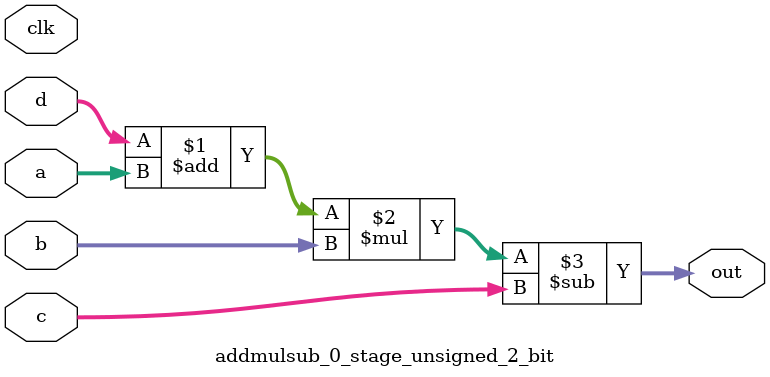
<source format=sv>
(* use_dsp = "yes" *) module addmulsub_0_stage_unsigned_2_bit(
	input  [1:0] a,
	input  [1:0] b,
	input  [1:0] c,
	input  [1:0] d,
	output [1:0] out,
	input clk);

	assign out = ((d + a) * b) - c;
endmodule

</source>
